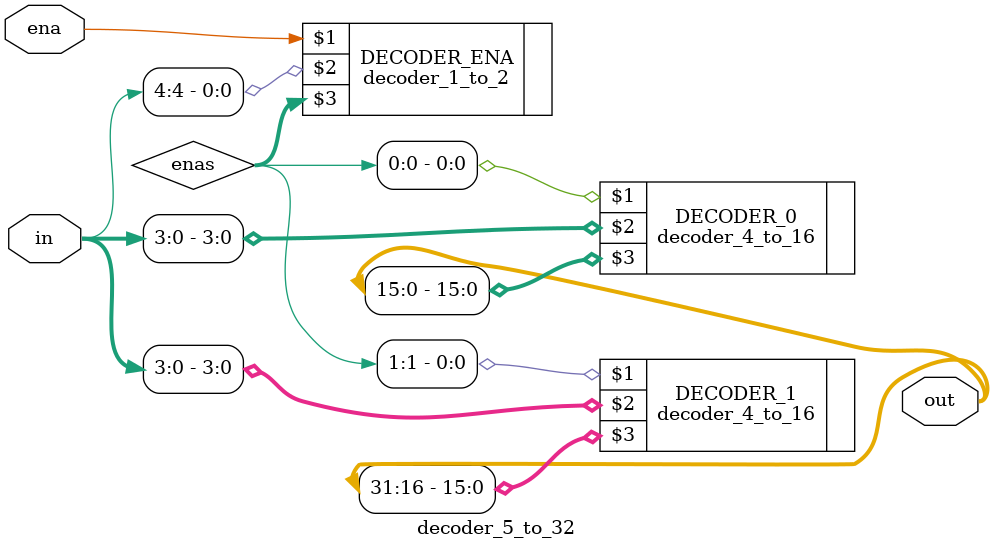
<source format=sv>
`timescale 1ns/1ps
`default_nettype none

`include "decoder_1_to_2.sv"
`include "decoder_4_to_16.sv"

module decoder_5_to_32(ena, in, out);

input wire ena;
input wire [4:0] in;
output logic [31:0] out;

// SOLUTION CODE START

wire [1:0] enas;
decoder_1_to_2 DECODER_ENA(ena, in[4], enas);
decoder_4_to_16 DECODER_0(enas[0], in[3:0], out[15:0]);
decoder_4_to_16 DECODER_1(enas[1], in[3:0], out[31:16]);

// SOLUTION CODE END

endmodule
</source>
